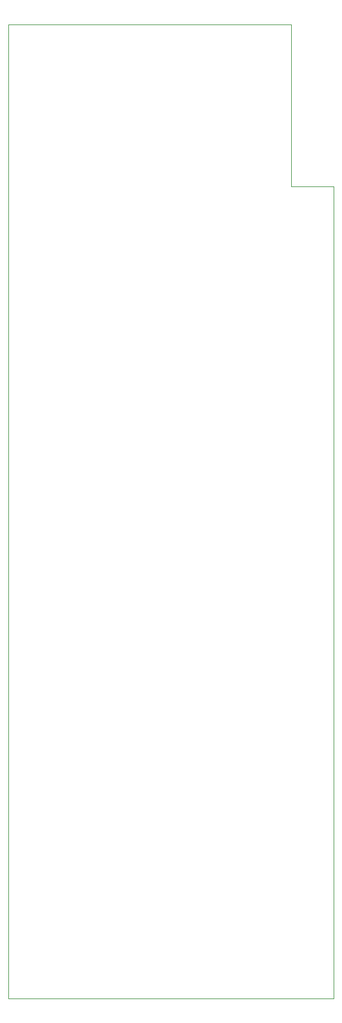
<source format=gbr>
%TF.GenerationSoftware,KiCad,Pcbnew,5.1.9-73d0e3b20d~88~ubuntu20.04.1*%
%TF.CreationDate,2021-03-31T20:46:55-04:00*%
%TF.ProjectId,MCVI,4d435649-2e6b-4696-9361-645f70636258,rev?*%
%TF.SameCoordinates,Original*%
%TF.FileFunction,Profile,NP*%
%FSLAX46Y46*%
G04 Gerber Fmt 4.6, Leading zero omitted, Abs format (unit mm)*
G04 Created by KiCad (PCBNEW 5.1.9-73d0e3b20d~88~ubuntu20.04.1) date 2021-03-31 20:46:55*
%MOMM*%
%LPD*%
G01*
G04 APERTURE LIST*
%TA.AperFunction,Profile*%
%ADD10C,0.100000*%
%TD*%
G04 APERTURE END LIST*
D10*
X85500000Y-179000000D02*
X39500000Y-179000000D01*
X39500000Y-41000000D02*
X79500000Y-41000000D01*
X39500000Y-179000000D02*
X39500000Y-41000000D01*
X79500000Y-41000000D02*
X79500000Y-64000000D01*
X79500000Y-64000000D02*
X85500000Y-64000000D01*
X85500000Y-179000000D02*
X85500000Y-64000000D01*
M02*

</source>
